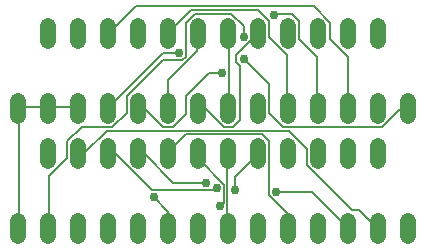
<source format=gbr>
G04 EAGLE Gerber RS-274X export*
G75*
%MOMM*%
%FSLAX34Y34*%
%LPD*%
%INTop Copper*%
%IPPOS*%
%AMOC8*
5,1,8,0,0,1.08239X$1,22.5*%
G01*
%ADD10C,1.320800*%
%ADD11C,0.152400*%
%ADD12C,0.756400*%


D10*
X330200Y82296D02*
X330200Y95504D01*
X304800Y95504D02*
X304800Y82296D01*
X279400Y82296D02*
X279400Y95504D01*
X254000Y95504D02*
X254000Y82296D01*
X228600Y82296D02*
X228600Y95504D01*
X203200Y95504D02*
X203200Y82296D01*
X177800Y82296D02*
X177800Y95504D01*
X152400Y95504D02*
X152400Y82296D01*
X127000Y82296D02*
X127000Y95504D01*
X101600Y95504D02*
X101600Y82296D01*
X76200Y82296D02*
X76200Y95504D01*
X50800Y95504D02*
X50800Y82296D01*
X50800Y183896D02*
X50800Y197104D01*
X76200Y197104D02*
X76200Y183896D01*
X101600Y183896D02*
X101600Y197104D01*
X127000Y197104D02*
X127000Y183896D01*
X152400Y183896D02*
X152400Y197104D01*
X177800Y197104D02*
X177800Y183896D01*
X203200Y183896D02*
X203200Y197104D01*
X228600Y197104D02*
X228600Y183896D01*
X254000Y183896D02*
X254000Y197104D01*
X279400Y197104D02*
X279400Y183896D01*
X304800Y183896D02*
X304800Y197104D01*
X330200Y197104D02*
X330200Y183896D01*
X25400Y32004D02*
X25400Y18796D01*
X50800Y18796D02*
X50800Y32004D01*
X177800Y32004D02*
X177800Y18796D01*
X203200Y18796D02*
X203200Y32004D01*
X76200Y32004D02*
X76200Y18796D01*
X101600Y18796D02*
X101600Y32004D01*
X152400Y32004D02*
X152400Y18796D01*
X127000Y18796D02*
X127000Y32004D01*
X228600Y32004D02*
X228600Y18796D01*
X254000Y18796D02*
X254000Y32004D01*
X279400Y32004D02*
X279400Y18796D01*
X304800Y18796D02*
X304800Y32004D01*
X330200Y32004D02*
X330200Y18796D01*
X355600Y18796D02*
X355600Y32004D01*
X355600Y120396D02*
X355600Y133604D01*
X330200Y133604D02*
X330200Y120396D01*
X304800Y120396D02*
X304800Y133604D01*
X279400Y133604D02*
X279400Y120396D01*
X254000Y120396D02*
X254000Y133604D01*
X228600Y133604D02*
X228600Y120396D01*
X203200Y120396D02*
X203200Y133604D01*
X177800Y133604D02*
X177800Y120396D01*
X152400Y120396D02*
X152400Y133604D01*
X127000Y133604D02*
X127000Y120396D01*
X101600Y120396D02*
X101600Y133604D01*
X76200Y133604D02*
X76200Y120396D01*
X50800Y120396D02*
X50800Y133604D01*
X25400Y133604D02*
X25400Y120396D01*
D11*
X152400Y39624D02*
X152400Y25400D01*
X152400Y39624D02*
X140208Y51816D01*
D12*
X140208Y51816D03*
D11*
X208788Y57912D02*
X208788Y68580D01*
X228600Y88392D01*
X228600Y88900D01*
D12*
X208788Y57912D03*
D11*
X202692Y88392D02*
X202692Y25908D01*
X203200Y25400D01*
X202692Y88392D02*
X203200Y88900D01*
X178308Y88392D02*
X178308Y83820D01*
X199644Y62484D01*
X199644Y47244D01*
X196596Y44196D01*
X178308Y88392D02*
X177800Y88900D01*
D12*
X196596Y44196D03*
D11*
X252984Y38100D02*
X252984Y25908D01*
X252984Y38100D02*
X237744Y53340D01*
X237744Y99060D01*
X231648Y105156D01*
X167640Y105156D01*
X152400Y89916D01*
X252984Y25908D02*
X254000Y25400D01*
X152400Y88900D02*
X152400Y89916D01*
X132588Y88392D02*
X128016Y88392D01*
X132588Y88392D02*
X156972Y64008D01*
X184404Y64008D01*
X128016Y88392D02*
X127000Y88900D01*
D12*
X184404Y64008D03*
D11*
X108204Y88392D02*
X102108Y88392D01*
X108204Y88392D02*
X138684Y57912D01*
X192024Y57912D01*
X193548Y59436D01*
X243840Y56388D02*
X274320Y56388D01*
X304800Y25908D01*
X102108Y88392D02*
X101600Y88900D01*
X304800Y25908D02*
X304800Y25400D01*
D12*
X193548Y59436D03*
X243840Y56388D03*
D11*
X82296Y89916D02*
X76200Y89916D01*
X82296Y89916D02*
X100584Y108204D01*
X254508Y108204D01*
X269748Y92964D01*
X269748Y79248D01*
X307848Y41148D01*
X313944Y41148D01*
X329184Y25908D01*
X76200Y88900D02*
X76200Y89916D01*
X329184Y25908D02*
X330200Y25400D01*
X348996Y126492D02*
X355092Y126492D01*
X348996Y126492D02*
X333756Y111252D01*
X249936Y111252D01*
X237744Y123444D01*
X237744Y147828D01*
X216408Y169164D01*
X355092Y126492D02*
X355600Y127000D01*
D12*
X216408Y169164D03*
D11*
X304800Y170688D02*
X304800Y127000D01*
X304800Y170688D02*
X289560Y185928D01*
X289560Y199644D01*
X275844Y213360D01*
X124968Y213360D01*
X102108Y190500D01*
X101600Y190500D01*
X278892Y170688D02*
X278892Y128016D01*
X278892Y170688D02*
X263652Y185928D01*
X263652Y201168D01*
X257556Y207264D01*
X243840Y207264D01*
X242316Y205740D01*
X278892Y128016D02*
X279400Y127000D01*
D12*
X242316Y205740D03*
D11*
X252984Y172212D02*
X252984Y128016D01*
X252984Y172212D02*
X237744Y187452D01*
X237744Y201168D01*
X228600Y210312D01*
X172212Y210312D01*
X152400Y190500D01*
X252984Y128016D02*
X254000Y127000D01*
X152400Y127000D02*
X152400Y150876D01*
X176784Y175260D01*
X176784Y190500D01*
X177800Y190500D01*
X204216Y190500D02*
X204216Y128016D01*
X203200Y127000D01*
X203200Y190500D02*
X204216Y190500D01*
X184404Y126492D02*
X178308Y126492D01*
X184404Y126492D02*
X199644Y111252D01*
X207264Y111252D01*
X213360Y117348D01*
X213360Y163068D01*
X210312Y166116D01*
X210312Y172212D01*
X228600Y190500D01*
X177800Y127000D02*
X178308Y126492D01*
X51816Y70104D02*
X51816Y25908D01*
X51816Y70104D02*
X67056Y85344D01*
X67056Y99060D01*
X79248Y111252D01*
X105156Y111252D01*
X117348Y123444D01*
X117348Y137160D01*
X147828Y167640D01*
X164592Y167640D01*
X167640Y170688D01*
X167640Y199644D01*
X175260Y207264D01*
X205740Y207264D01*
X216408Y196596D01*
X216408Y187452D01*
X51816Y25908D02*
X50800Y25400D01*
D12*
X216408Y187452D03*
D11*
X132588Y126492D02*
X128016Y126492D01*
X132588Y126492D02*
X147828Y111252D01*
X156972Y111252D01*
X167640Y121920D01*
X167640Y137160D01*
X187452Y156972D01*
X198120Y156972D01*
X128016Y126492D02*
X127000Y127000D01*
D12*
X198120Y156972D03*
D11*
X147828Y173736D02*
X102108Y128016D01*
X147828Y173736D02*
X161544Y173736D01*
X102108Y128016D02*
X101600Y127000D01*
D12*
X161544Y173736D03*
D11*
X25908Y126492D02*
X25908Y25908D01*
X25400Y25400D01*
X25908Y126492D02*
X25400Y127000D01*
X51816Y128016D02*
X76200Y128016D01*
X51816Y128016D02*
X50800Y127000D01*
X76200Y127000D02*
X76200Y128016D01*
X50292Y128016D02*
X25908Y128016D01*
X25400Y127000D01*
X50292Y128016D02*
X50800Y127000D01*
M02*

</source>
